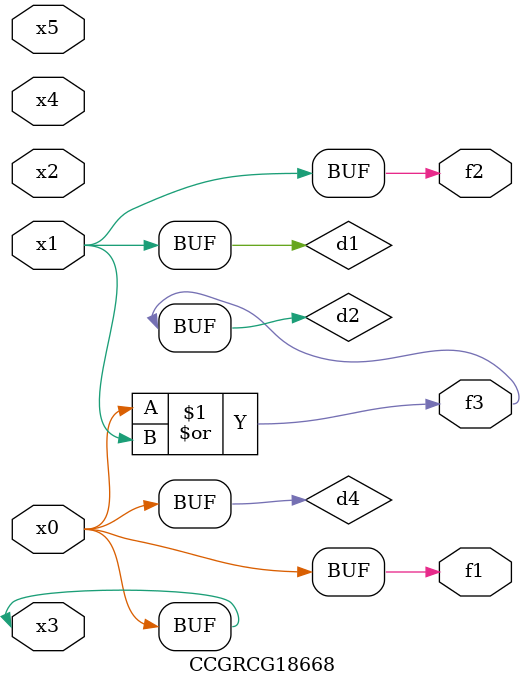
<source format=v>
module CCGRCG18668(
	input x0, x1, x2, x3, x4, x5,
	output f1, f2, f3
);

	wire d1, d2, d3, d4;

	and (d1, x1);
	or (d2, x0, x1);
	nand (d3, x0, x5);
	buf (d4, x0, x3);
	assign f1 = d4;
	assign f2 = d1;
	assign f3 = d2;
endmodule

</source>
